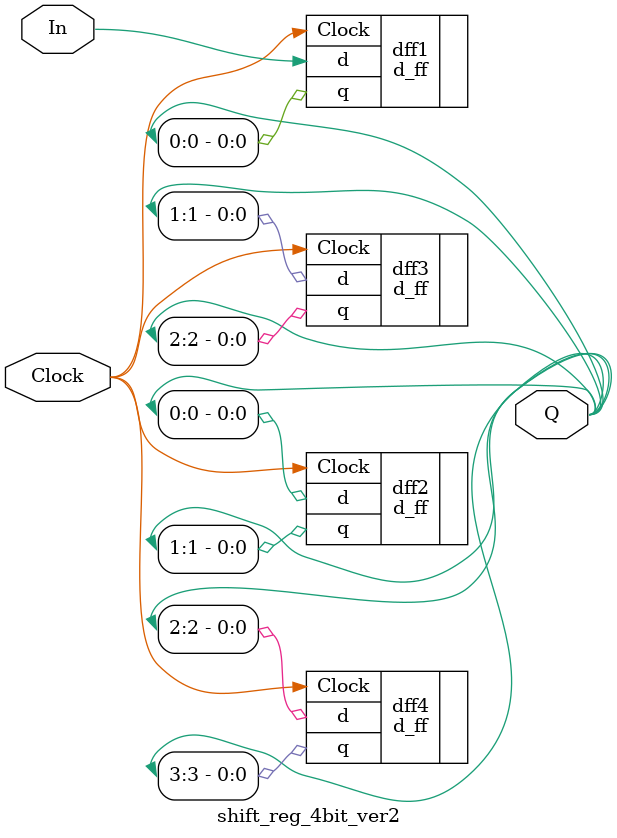
<source format=v>
/*
Module name: 4 bit shift register
Author: Nguyen Thanh Phu
Note: 
+ version 1: serial out
+ version 2: paralle out (include version 1 :v)
*/
`include "d_ff.v"

module shift_reg_4bit_ver1(
    input Clock,
    input In,
    output Q
);
    wire w0, w1, w2;
    d_ff dff1(.Clock(Clock), .d(In), .q(w0));
    d_ff dff2(.Clock(Clock), .d(w0), .q(w1));
    d_ff dff3(.Clock(Clock), .d(w1), .q(w2));
    d_ff dff4(.Clock(Clock), .d(w2), .q(Q));
endmodule

module shift_reg_4bit_ver2(
    input Clock,
    input In,
    output[3:0]Q
);

    d_ff dff1(.Clock(Clock), .d(In), .q(Q[0]));
    d_ff dff2(.Clock(Clock), .d(Q[0]), .q(Q[1]));
    d_ff dff3(.Clock(Clock), .d(Q[1]), .q(Q[2]));
    d_ff dff4(.Clock(Clock), .d(Q[2]), .q(Q[3]));
endmodule
</source>
